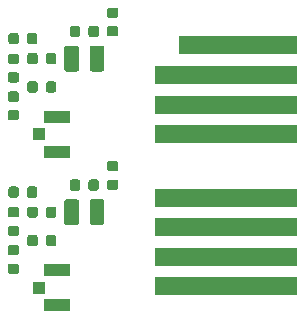
<source format=gts>
G04 #@! TF.GenerationSoftware,KiCad,Pcbnew,(5.1.5)-3*
G04 #@! TF.CreationDate,2020-11-09T20:42:25-05:00*
G04 #@! TF.ProjectId,FilterDaughterboard,46696c74-6572-4446-9175-676874657262,rev?*
G04 #@! TF.SameCoordinates,Original*
G04 #@! TF.FileFunction,Soldermask,Top*
G04 #@! TF.FilePolarity,Negative*
%FSLAX46Y46*%
G04 Gerber Fmt 4.6, Leading zero omitted, Abs format (unit mm)*
G04 Created by KiCad (PCBNEW (5.1.5)-3) date 2020-11-09 20:42:25*
%MOMM*%
%LPD*%
G04 APERTURE LIST*
%ADD10R,1.050000X1.000000*%
%ADD11R,2.200000X1.050000*%
%ADD12C,0.100000*%
%ADD13R,11.999999X1.500000*%
%ADD14R,10.000000X1.500000*%
G04 APERTURE END LIST*
D10*
X87775000Y-135300000D03*
D11*
X89300000Y-136775000D03*
X89300000Y-133825000D03*
D10*
X87775000Y-148300000D03*
D11*
X89300000Y-149775000D03*
X89300000Y-146825000D03*
D12*
G36*
X85877691Y-131676053D02*
G01*
X85898926Y-131679203D01*
X85919750Y-131684419D01*
X85939962Y-131691651D01*
X85959368Y-131700830D01*
X85977781Y-131711866D01*
X85995024Y-131724654D01*
X86010930Y-131739070D01*
X86025346Y-131754976D01*
X86038134Y-131772219D01*
X86049170Y-131790632D01*
X86058349Y-131810038D01*
X86065581Y-131830250D01*
X86070797Y-131851074D01*
X86073947Y-131872309D01*
X86075000Y-131893750D01*
X86075000Y-132331250D01*
X86073947Y-132352691D01*
X86070797Y-132373926D01*
X86065581Y-132394750D01*
X86058349Y-132414962D01*
X86049170Y-132434368D01*
X86038134Y-132452781D01*
X86025346Y-132470024D01*
X86010930Y-132485930D01*
X85995024Y-132500346D01*
X85977781Y-132513134D01*
X85959368Y-132524170D01*
X85939962Y-132533349D01*
X85919750Y-132540581D01*
X85898926Y-132545797D01*
X85877691Y-132548947D01*
X85856250Y-132550000D01*
X85343750Y-132550000D01*
X85322309Y-132548947D01*
X85301074Y-132545797D01*
X85280250Y-132540581D01*
X85260038Y-132533349D01*
X85240632Y-132524170D01*
X85222219Y-132513134D01*
X85204976Y-132500346D01*
X85189070Y-132485930D01*
X85174654Y-132470024D01*
X85161866Y-132452781D01*
X85150830Y-132434368D01*
X85141651Y-132414962D01*
X85134419Y-132394750D01*
X85129203Y-132373926D01*
X85126053Y-132352691D01*
X85125000Y-132331250D01*
X85125000Y-131893750D01*
X85126053Y-131872309D01*
X85129203Y-131851074D01*
X85134419Y-131830250D01*
X85141651Y-131810038D01*
X85150830Y-131790632D01*
X85161866Y-131772219D01*
X85174654Y-131754976D01*
X85189070Y-131739070D01*
X85204976Y-131724654D01*
X85222219Y-131711866D01*
X85240632Y-131700830D01*
X85260038Y-131691651D01*
X85280250Y-131684419D01*
X85301074Y-131679203D01*
X85322309Y-131676053D01*
X85343750Y-131675000D01*
X85856250Y-131675000D01*
X85877691Y-131676053D01*
G37*
G36*
X85877691Y-133251053D02*
G01*
X85898926Y-133254203D01*
X85919750Y-133259419D01*
X85939962Y-133266651D01*
X85959368Y-133275830D01*
X85977781Y-133286866D01*
X85995024Y-133299654D01*
X86010930Y-133314070D01*
X86025346Y-133329976D01*
X86038134Y-133347219D01*
X86049170Y-133365632D01*
X86058349Y-133385038D01*
X86065581Y-133405250D01*
X86070797Y-133426074D01*
X86073947Y-133447309D01*
X86075000Y-133468750D01*
X86075000Y-133906250D01*
X86073947Y-133927691D01*
X86070797Y-133948926D01*
X86065581Y-133969750D01*
X86058349Y-133989962D01*
X86049170Y-134009368D01*
X86038134Y-134027781D01*
X86025346Y-134045024D01*
X86010930Y-134060930D01*
X85995024Y-134075346D01*
X85977781Y-134088134D01*
X85959368Y-134099170D01*
X85939962Y-134108349D01*
X85919750Y-134115581D01*
X85898926Y-134120797D01*
X85877691Y-134123947D01*
X85856250Y-134125000D01*
X85343750Y-134125000D01*
X85322309Y-134123947D01*
X85301074Y-134120797D01*
X85280250Y-134115581D01*
X85260038Y-134108349D01*
X85240632Y-134099170D01*
X85222219Y-134088134D01*
X85204976Y-134075346D01*
X85189070Y-134060930D01*
X85174654Y-134045024D01*
X85161866Y-134027781D01*
X85150830Y-134009368D01*
X85141651Y-133989962D01*
X85134419Y-133969750D01*
X85129203Y-133948926D01*
X85126053Y-133927691D01*
X85125000Y-133906250D01*
X85125000Y-133468750D01*
X85126053Y-133447309D01*
X85129203Y-133426074D01*
X85134419Y-133405250D01*
X85141651Y-133385038D01*
X85150830Y-133365632D01*
X85161866Y-133347219D01*
X85174654Y-133329976D01*
X85189070Y-133314070D01*
X85204976Y-133299654D01*
X85222219Y-133286866D01*
X85240632Y-133275830D01*
X85260038Y-133266651D01*
X85280250Y-133259419D01*
X85301074Y-133254203D01*
X85322309Y-133251053D01*
X85343750Y-133250000D01*
X85856250Y-133250000D01*
X85877691Y-133251053D01*
G37*
G36*
X94277691Y-124576053D02*
G01*
X94298926Y-124579203D01*
X94319750Y-124584419D01*
X94339962Y-124591651D01*
X94359368Y-124600830D01*
X94377781Y-124611866D01*
X94395024Y-124624654D01*
X94410930Y-124639070D01*
X94425346Y-124654976D01*
X94438134Y-124672219D01*
X94449170Y-124690632D01*
X94458349Y-124710038D01*
X94465581Y-124730250D01*
X94470797Y-124751074D01*
X94473947Y-124772309D01*
X94475000Y-124793750D01*
X94475000Y-125231250D01*
X94473947Y-125252691D01*
X94470797Y-125273926D01*
X94465581Y-125294750D01*
X94458349Y-125314962D01*
X94449170Y-125334368D01*
X94438134Y-125352781D01*
X94425346Y-125370024D01*
X94410930Y-125385930D01*
X94395024Y-125400346D01*
X94377781Y-125413134D01*
X94359368Y-125424170D01*
X94339962Y-125433349D01*
X94319750Y-125440581D01*
X94298926Y-125445797D01*
X94277691Y-125448947D01*
X94256250Y-125450000D01*
X93743750Y-125450000D01*
X93722309Y-125448947D01*
X93701074Y-125445797D01*
X93680250Y-125440581D01*
X93660038Y-125433349D01*
X93640632Y-125424170D01*
X93622219Y-125413134D01*
X93604976Y-125400346D01*
X93589070Y-125385930D01*
X93574654Y-125370024D01*
X93561866Y-125352781D01*
X93550830Y-125334368D01*
X93541651Y-125314962D01*
X93534419Y-125294750D01*
X93529203Y-125273926D01*
X93526053Y-125252691D01*
X93525000Y-125231250D01*
X93525000Y-124793750D01*
X93526053Y-124772309D01*
X93529203Y-124751074D01*
X93534419Y-124730250D01*
X93541651Y-124710038D01*
X93550830Y-124690632D01*
X93561866Y-124672219D01*
X93574654Y-124654976D01*
X93589070Y-124639070D01*
X93604976Y-124624654D01*
X93622219Y-124611866D01*
X93640632Y-124600830D01*
X93660038Y-124591651D01*
X93680250Y-124584419D01*
X93701074Y-124579203D01*
X93722309Y-124576053D01*
X93743750Y-124575000D01*
X94256250Y-124575000D01*
X94277691Y-124576053D01*
G37*
G36*
X94277691Y-126151053D02*
G01*
X94298926Y-126154203D01*
X94319750Y-126159419D01*
X94339962Y-126166651D01*
X94359368Y-126175830D01*
X94377781Y-126186866D01*
X94395024Y-126199654D01*
X94410930Y-126214070D01*
X94425346Y-126229976D01*
X94438134Y-126247219D01*
X94449170Y-126265632D01*
X94458349Y-126285038D01*
X94465581Y-126305250D01*
X94470797Y-126326074D01*
X94473947Y-126347309D01*
X94475000Y-126368750D01*
X94475000Y-126806250D01*
X94473947Y-126827691D01*
X94470797Y-126848926D01*
X94465581Y-126869750D01*
X94458349Y-126889962D01*
X94449170Y-126909368D01*
X94438134Y-126927781D01*
X94425346Y-126945024D01*
X94410930Y-126960930D01*
X94395024Y-126975346D01*
X94377781Y-126988134D01*
X94359368Y-126999170D01*
X94339962Y-127008349D01*
X94319750Y-127015581D01*
X94298926Y-127020797D01*
X94277691Y-127023947D01*
X94256250Y-127025000D01*
X93743750Y-127025000D01*
X93722309Y-127023947D01*
X93701074Y-127020797D01*
X93680250Y-127015581D01*
X93660038Y-127008349D01*
X93640632Y-126999170D01*
X93622219Y-126988134D01*
X93604976Y-126975346D01*
X93589070Y-126960930D01*
X93574654Y-126945024D01*
X93561866Y-126927781D01*
X93550830Y-126909368D01*
X93541651Y-126889962D01*
X93534419Y-126869750D01*
X93529203Y-126848926D01*
X93526053Y-126827691D01*
X93525000Y-126806250D01*
X93525000Y-126368750D01*
X93526053Y-126347309D01*
X93529203Y-126326074D01*
X93534419Y-126305250D01*
X93541651Y-126285038D01*
X93550830Y-126265632D01*
X93561866Y-126247219D01*
X93574654Y-126229976D01*
X93589070Y-126214070D01*
X93604976Y-126199654D01*
X93622219Y-126186866D01*
X93640632Y-126175830D01*
X93660038Y-126166651D01*
X93680250Y-126159419D01*
X93701074Y-126154203D01*
X93722309Y-126151053D01*
X93743750Y-126150000D01*
X94256250Y-126150000D01*
X94277691Y-126151053D01*
G37*
G36*
X87427691Y-126726053D02*
G01*
X87448926Y-126729203D01*
X87469750Y-126734419D01*
X87489962Y-126741651D01*
X87509368Y-126750830D01*
X87527781Y-126761866D01*
X87545024Y-126774654D01*
X87560930Y-126789070D01*
X87575346Y-126804976D01*
X87588134Y-126822219D01*
X87599170Y-126840632D01*
X87608349Y-126860038D01*
X87615581Y-126880250D01*
X87620797Y-126901074D01*
X87623947Y-126922309D01*
X87625000Y-126943750D01*
X87625000Y-127456250D01*
X87623947Y-127477691D01*
X87620797Y-127498926D01*
X87615581Y-127519750D01*
X87608349Y-127539962D01*
X87599170Y-127559368D01*
X87588134Y-127577781D01*
X87575346Y-127595024D01*
X87560930Y-127610930D01*
X87545024Y-127625346D01*
X87527781Y-127638134D01*
X87509368Y-127649170D01*
X87489962Y-127658349D01*
X87469750Y-127665581D01*
X87448926Y-127670797D01*
X87427691Y-127673947D01*
X87406250Y-127675000D01*
X86968750Y-127675000D01*
X86947309Y-127673947D01*
X86926074Y-127670797D01*
X86905250Y-127665581D01*
X86885038Y-127658349D01*
X86865632Y-127649170D01*
X86847219Y-127638134D01*
X86829976Y-127625346D01*
X86814070Y-127610930D01*
X86799654Y-127595024D01*
X86786866Y-127577781D01*
X86775830Y-127559368D01*
X86766651Y-127539962D01*
X86759419Y-127519750D01*
X86754203Y-127498926D01*
X86751053Y-127477691D01*
X86750000Y-127456250D01*
X86750000Y-126943750D01*
X86751053Y-126922309D01*
X86754203Y-126901074D01*
X86759419Y-126880250D01*
X86766651Y-126860038D01*
X86775830Y-126840632D01*
X86786866Y-126822219D01*
X86799654Y-126804976D01*
X86814070Y-126789070D01*
X86829976Y-126774654D01*
X86847219Y-126761866D01*
X86865632Y-126750830D01*
X86885038Y-126741651D01*
X86905250Y-126734419D01*
X86926074Y-126729203D01*
X86947309Y-126726053D01*
X86968750Y-126725000D01*
X87406250Y-126725000D01*
X87427691Y-126726053D01*
G37*
G36*
X85852691Y-126726053D02*
G01*
X85873926Y-126729203D01*
X85894750Y-126734419D01*
X85914962Y-126741651D01*
X85934368Y-126750830D01*
X85952781Y-126761866D01*
X85970024Y-126774654D01*
X85985930Y-126789070D01*
X86000346Y-126804976D01*
X86013134Y-126822219D01*
X86024170Y-126840632D01*
X86033349Y-126860038D01*
X86040581Y-126880250D01*
X86045797Y-126901074D01*
X86048947Y-126922309D01*
X86050000Y-126943750D01*
X86050000Y-127456250D01*
X86048947Y-127477691D01*
X86045797Y-127498926D01*
X86040581Y-127519750D01*
X86033349Y-127539962D01*
X86024170Y-127559368D01*
X86013134Y-127577781D01*
X86000346Y-127595024D01*
X85985930Y-127610930D01*
X85970024Y-127625346D01*
X85952781Y-127638134D01*
X85934368Y-127649170D01*
X85914962Y-127658349D01*
X85894750Y-127665581D01*
X85873926Y-127670797D01*
X85852691Y-127673947D01*
X85831250Y-127675000D01*
X85393750Y-127675000D01*
X85372309Y-127673947D01*
X85351074Y-127670797D01*
X85330250Y-127665581D01*
X85310038Y-127658349D01*
X85290632Y-127649170D01*
X85272219Y-127638134D01*
X85254976Y-127625346D01*
X85239070Y-127610930D01*
X85224654Y-127595024D01*
X85211866Y-127577781D01*
X85200830Y-127559368D01*
X85191651Y-127539962D01*
X85184419Y-127519750D01*
X85179203Y-127498926D01*
X85176053Y-127477691D01*
X85175000Y-127456250D01*
X85175000Y-126943750D01*
X85176053Y-126922309D01*
X85179203Y-126901074D01*
X85184419Y-126880250D01*
X85191651Y-126860038D01*
X85200830Y-126840632D01*
X85211866Y-126822219D01*
X85224654Y-126804976D01*
X85239070Y-126789070D01*
X85254976Y-126774654D01*
X85272219Y-126761866D01*
X85290632Y-126750830D01*
X85310038Y-126741651D01*
X85330250Y-126734419D01*
X85351074Y-126729203D01*
X85372309Y-126726053D01*
X85393750Y-126725000D01*
X85831250Y-126725000D01*
X85852691Y-126726053D01*
G37*
G36*
X85877691Y-144676053D02*
G01*
X85898926Y-144679203D01*
X85919750Y-144684419D01*
X85939962Y-144691651D01*
X85959368Y-144700830D01*
X85977781Y-144711866D01*
X85995024Y-144724654D01*
X86010930Y-144739070D01*
X86025346Y-144754976D01*
X86038134Y-144772219D01*
X86049170Y-144790632D01*
X86058349Y-144810038D01*
X86065581Y-144830250D01*
X86070797Y-144851074D01*
X86073947Y-144872309D01*
X86075000Y-144893750D01*
X86075000Y-145331250D01*
X86073947Y-145352691D01*
X86070797Y-145373926D01*
X86065581Y-145394750D01*
X86058349Y-145414962D01*
X86049170Y-145434368D01*
X86038134Y-145452781D01*
X86025346Y-145470024D01*
X86010930Y-145485930D01*
X85995024Y-145500346D01*
X85977781Y-145513134D01*
X85959368Y-145524170D01*
X85939962Y-145533349D01*
X85919750Y-145540581D01*
X85898926Y-145545797D01*
X85877691Y-145548947D01*
X85856250Y-145550000D01*
X85343750Y-145550000D01*
X85322309Y-145548947D01*
X85301074Y-145545797D01*
X85280250Y-145540581D01*
X85260038Y-145533349D01*
X85240632Y-145524170D01*
X85222219Y-145513134D01*
X85204976Y-145500346D01*
X85189070Y-145485930D01*
X85174654Y-145470024D01*
X85161866Y-145452781D01*
X85150830Y-145434368D01*
X85141651Y-145414962D01*
X85134419Y-145394750D01*
X85129203Y-145373926D01*
X85126053Y-145352691D01*
X85125000Y-145331250D01*
X85125000Y-144893750D01*
X85126053Y-144872309D01*
X85129203Y-144851074D01*
X85134419Y-144830250D01*
X85141651Y-144810038D01*
X85150830Y-144790632D01*
X85161866Y-144772219D01*
X85174654Y-144754976D01*
X85189070Y-144739070D01*
X85204976Y-144724654D01*
X85222219Y-144711866D01*
X85240632Y-144700830D01*
X85260038Y-144691651D01*
X85280250Y-144684419D01*
X85301074Y-144679203D01*
X85322309Y-144676053D01*
X85343750Y-144675000D01*
X85856250Y-144675000D01*
X85877691Y-144676053D01*
G37*
G36*
X85877691Y-146251053D02*
G01*
X85898926Y-146254203D01*
X85919750Y-146259419D01*
X85939962Y-146266651D01*
X85959368Y-146275830D01*
X85977781Y-146286866D01*
X85995024Y-146299654D01*
X86010930Y-146314070D01*
X86025346Y-146329976D01*
X86038134Y-146347219D01*
X86049170Y-146365632D01*
X86058349Y-146385038D01*
X86065581Y-146405250D01*
X86070797Y-146426074D01*
X86073947Y-146447309D01*
X86075000Y-146468750D01*
X86075000Y-146906250D01*
X86073947Y-146927691D01*
X86070797Y-146948926D01*
X86065581Y-146969750D01*
X86058349Y-146989962D01*
X86049170Y-147009368D01*
X86038134Y-147027781D01*
X86025346Y-147045024D01*
X86010930Y-147060930D01*
X85995024Y-147075346D01*
X85977781Y-147088134D01*
X85959368Y-147099170D01*
X85939962Y-147108349D01*
X85919750Y-147115581D01*
X85898926Y-147120797D01*
X85877691Y-147123947D01*
X85856250Y-147125000D01*
X85343750Y-147125000D01*
X85322309Y-147123947D01*
X85301074Y-147120797D01*
X85280250Y-147115581D01*
X85260038Y-147108349D01*
X85240632Y-147099170D01*
X85222219Y-147088134D01*
X85204976Y-147075346D01*
X85189070Y-147060930D01*
X85174654Y-147045024D01*
X85161866Y-147027781D01*
X85150830Y-147009368D01*
X85141651Y-146989962D01*
X85134419Y-146969750D01*
X85129203Y-146948926D01*
X85126053Y-146927691D01*
X85125000Y-146906250D01*
X85125000Y-146468750D01*
X85126053Y-146447309D01*
X85129203Y-146426074D01*
X85134419Y-146405250D01*
X85141651Y-146385038D01*
X85150830Y-146365632D01*
X85161866Y-146347219D01*
X85174654Y-146329976D01*
X85189070Y-146314070D01*
X85204976Y-146299654D01*
X85222219Y-146286866D01*
X85240632Y-146275830D01*
X85260038Y-146266651D01*
X85280250Y-146259419D01*
X85301074Y-146254203D01*
X85322309Y-146251053D01*
X85343750Y-146250000D01*
X85856250Y-146250000D01*
X85877691Y-146251053D01*
G37*
G36*
X94277691Y-137576053D02*
G01*
X94298926Y-137579203D01*
X94319750Y-137584419D01*
X94339962Y-137591651D01*
X94359368Y-137600830D01*
X94377781Y-137611866D01*
X94395024Y-137624654D01*
X94410930Y-137639070D01*
X94425346Y-137654976D01*
X94438134Y-137672219D01*
X94449170Y-137690632D01*
X94458349Y-137710038D01*
X94465581Y-137730250D01*
X94470797Y-137751074D01*
X94473947Y-137772309D01*
X94475000Y-137793750D01*
X94475000Y-138231250D01*
X94473947Y-138252691D01*
X94470797Y-138273926D01*
X94465581Y-138294750D01*
X94458349Y-138314962D01*
X94449170Y-138334368D01*
X94438134Y-138352781D01*
X94425346Y-138370024D01*
X94410930Y-138385930D01*
X94395024Y-138400346D01*
X94377781Y-138413134D01*
X94359368Y-138424170D01*
X94339962Y-138433349D01*
X94319750Y-138440581D01*
X94298926Y-138445797D01*
X94277691Y-138448947D01*
X94256250Y-138450000D01*
X93743750Y-138450000D01*
X93722309Y-138448947D01*
X93701074Y-138445797D01*
X93680250Y-138440581D01*
X93660038Y-138433349D01*
X93640632Y-138424170D01*
X93622219Y-138413134D01*
X93604976Y-138400346D01*
X93589070Y-138385930D01*
X93574654Y-138370024D01*
X93561866Y-138352781D01*
X93550830Y-138334368D01*
X93541651Y-138314962D01*
X93534419Y-138294750D01*
X93529203Y-138273926D01*
X93526053Y-138252691D01*
X93525000Y-138231250D01*
X93525000Y-137793750D01*
X93526053Y-137772309D01*
X93529203Y-137751074D01*
X93534419Y-137730250D01*
X93541651Y-137710038D01*
X93550830Y-137690632D01*
X93561866Y-137672219D01*
X93574654Y-137654976D01*
X93589070Y-137639070D01*
X93604976Y-137624654D01*
X93622219Y-137611866D01*
X93640632Y-137600830D01*
X93660038Y-137591651D01*
X93680250Y-137584419D01*
X93701074Y-137579203D01*
X93722309Y-137576053D01*
X93743750Y-137575000D01*
X94256250Y-137575000D01*
X94277691Y-137576053D01*
G37*
G36*
X94277691Y-139151053D02*
G01*
X94298926Y-139154203D01*
X94319750Y-139159419D01*
X94339962Y-139166651D01*
X94359368Y-139175830D01*
X94377781Y-139186866D01*
X94395024Y-139199654D01*
X94410930Y-139214070D01*
X94425346Y-139229976D01*
X94438134Y-139247219D01*
X94449170Y-139265632D01*
X94458349Y-139285038D01*
X94465581Y-139305250D01*
X94470797Y-139326074D01*
X94473947Y-139347309D01*
X94475000Y-139368750D01*
X94475000Y-139806250D01*
X94473947Y-139827691D01*
X94470797Y-139848926D01*
X94465581Y-139869750D01*
X94458349Y-139889962D01*
X94449170Y-139909368D01*
X94438134Y-139927781D01*
X94425346Y-139945024D01*
X94410930Y-139960930D01*
X94395024Y-139975346D01*
X94377781Y-139988134D01*
X94359368Y-139999170D01*
X94339962Y-140008349D01*
X94319750Y-140015581D01*
X94298926Y-140020797D01*
X94277691Y-140023947D01*
X94256250Y-140025000D01*
X93743750Y-140025000D01*
X93722309Y-140023947D01*
X93701074Y-140020797D01*
X93680250Y-140015581D01*
X93660038Y-140008349D01*
X93640632Y-139999170D01*
X93622219Y-139988134D01*
X93604976Y-139975346D01*
X93589070Y-139960930D01*
X93574654Y-139945024D01*
X93561866Y-139927781D01*
X93550830Y-139909368D01*
X93541651Y-139889962D01*
X93534419Y-139869750D01*
X93529203Y-139848926D01*
X93526053Y-139827691D01*
X93525000Y-139806250D01*
X93525000Y-139368750D01*
X93526053Y-139347309D01*
X93529203Y-139326074D01*
X93534419Y-139305250D01*
X93541651Y-139285038D01*
X93550830Y-139265632D01*
X93561866Y-139247219D01*
X93574654Y-139229976D01*
X93589070Y-139214070D01*
X93604976Y-139199654D01*
X93622219Y-139186866D01*
X93640632Y-139175830D01*
X93660038Y-139166651D01*
X93680250Y-139159419D01*
X93701074Y-139154203D01*
X93722309Y-139151053D01*
X93743750Y-139150000D01*
X94256250Y-139150000D01*
X94277691Y-139151053D01*
G37*
G36*
X87427691Y-139726053D02*
G01*
X87448926Y-139729203D01*
X87469750Y-139734419D01*
X87489962Y-139741651D01*
X87509368Y-139750830D01*
X87527781Y-139761866D01*
X87545024Y-139774654D01*
X87560930Y-139789070D01*
X87575346Y-139804976D01*
X87588134Y-139822219D01*
X87599170Y-139840632D01*
X87608349Y-139860038D01*
X87615581Y-139880250D01*
X87620797Y-139901074D01*
X87623947Y-139922309D01*
X87625000Y-139943750D01*
X87625000Y-140456250D01*
X87623947Y-140477691D01*
X87620797Y-140498926D01*
X87615581Y-140519750D01*
X87608349Y-140539962D01*
X87599170Y-140559368D01*
X87588134Y-140577781D01*
X87575346Y-140595024D01*
X87560930Y-140610930D01*
X87545024Y-140625346D01*
X87527781Y-140638134D01*
X87509368Y-140649170D01*
X87489962Y-140658349D01*
X87469750Y-140665581D01*
X87448926Y-140670797D01*
X87427691Y-140673947D01*
X87406250Y-140675000D01*
X86968750Y-140675000D01*
X86947309Y-140673947D01*
X86926074Y-140670797D01*
X86905250Y-140665581D01*
X86885038Y-140658349D01*
X86865632Y-140649170D01*
X86847219Y-140638134D01*
X86829976Y-140625346D01*
X86814070Y-140610930D01*
X86799654Y-140595024D01*
X86786866Y-140577781D01*
X86775830Y-140559368D01*
X86766651Y-140539962D01*
X86759419Y-140519750D01*
X86754203Y-140498926D01*
X86751053Y-140477691D01*
X86750000Y-140456250D01*
X86750000Y-139943750D01*
X86751053Y-139922309D01*
X86754203Y-139901074D01*
X86759419Y-139880250D01*
X86766651Y-139860038D01*
X86775830Y-139840632D01*
X86786866Y-139822219D01*
X86799654Y-139804976D01*
X86814070Y-139789070D01*
X86829976Y-139774654D01*
X86847219Y-139761866D01*
X86865632Y-139750830D01*
X86885038Y-139741651D01*
X86905250Y-139734419D01*
X86926074Y-139729203D01*
X86947309Y-139726053D01*
X86968750Y-139725000D01*
X87406250Y-139725000D01*
X87427691Y-139726053D01*
G37*
G36*
X85852691Y-139726053D02*
G01*
X85873926Y-139729203D01*
X85894750Y-139734419D01*
X85914962Y-139741651D01*
X85934368Y-139750830D01*
X85952781Y-139761866D01*
X85970024Y-139774654D01*
X85985930Y-139789070D01*
X86000346Y-139804976D01*
X86013134Y-139822219D01*
X86024170Y-139840632D01*
X86033349Y-139860038D01*
X86040581Y-139880250D01*
X86045797Y-139901074D01*
X86048947Y-139922309D01*
X86050000Y-139943750D01*
X86050000Y-140456250D01*
X86048947Y-140477691D01*
X86045797Y-140498926D01*
X86040581Y-140519750D01*
X86033349Y-140539962D01*
X86024170Y-140559368D01*
X86013134Y-140577781D01*
X86000346Y-140595024D01*
X85985930Y-140610930D01*
X85970024Y-140625346D01*
X85952781Y-140638134D01*
X85934368Y-140649170D01*
X85914962Y-140658349D01*
X85894750Y-140665581D01*
X85873926Y-140670797D01*
X85852691Y-140673947D01*
X85831250Y-140675000D01*
X85393750Y-140675000D01*
X85372309Y-140673947D01*
X85351074Y-140670797D01*
X85330250Y-140665581D01*
X85310038Y-140658349D01*
X85290632Y-140649170D01*
X85272219Y-140638134D01*
X85254976Y-140625346D01*
X85239070Y-140610930D01*
X85224654Y-140595024D01*
X85211866Y-140577781D01*
X85200830Y-140559368D01*
X85191651Y-140539962D01*
X85184419Y-140519750D01*
X85179203Y-140498926D01*
X85176053Y-140477691D01*
X85175000Y-140456250D01*
X85175000Y-139943750D01*
X85176053Y-139922309D01*
X85179203Y-139901074D01*
X85184419Y-139880250D01*
X85191651Y-139860038D01*
X85200830Y-139840632D01*
X85211866Y-139822219D01*
X85224654Y-139804976D01*
X85239070Y-139789070D01*
X85254976Y-139774654D01*
X85272219Y-139761866D01*
X85290632Y-139750830D01*
X85310038Y-139741651D01*
X85330250Y-139734419D01*
X85351074Y-139729203D01*
X85372309Y-139726053D01*
X85393750Y-139725000D01*
X85831250Y-139725000D01*
X85852691Y-139726053D01*
G37*
G36*
X90924504Y-127801204D02*
G01*
X90948773Y-127804804D01*
X90972571Y-127810765D01*
X90995671Y-127819030D01*
X91017849Y-127829520D01*
X91038893Y-127842133D01*
X91058598Y-127856747D01*
X91076777Y-127873223D01*
X91093253Y-127891402D01*
X91107867Y-127911107D01*
X91120480Y-127932151D01*
X91130970Y-127954329D01*
X91139235Y-127977429D01*
X91145196Y-128001227D01*
X91148796Y-128025496D01*
X91150000Y-128050000D01*
X91150000Y-129750000D01*
X91148796Y-129774504D01*
X91145196Y-129798773D01*
X91139235Y-129822571D01*
X91130970Y-129845671D01*
X91120480Y-129867849D01*
X91107867Y-129888893D01*
X91093253Y-129908598D01*
X91076777Y-129926777D01*
X91058598Y-129943253D01*
X91038893Y-129957867D01*
X91017849Y-129970480D01*
X90995671Y-129980970D01*
X90972571Y-129989235D01*
X90948773Y-129995196D01*
X90924504Y-129998796D01*
X90900000Y-130000000D01*
X90150000Y-130000000D01*
X90125496Y-129998796D01*
X90101227Y-129995196D01*
X90077429Y-129989235D01*
X90054329Y-129980970D01*
X90032151Y-129970480D01*
X90011107Y-129957867D01*
X89991402Y-129943253D01*
X89973223Y-129926777D01*
X89956747Y-129908598D01*
X89942133Y-129888893D01*
X89929520Y-129867849D01*
X89919030Y-129845671D01*
X89910765Y-129822571D01*
X89904804Y-129798773D01*
X89901204Y-129774504D01*
X89900000Y-129750000D01*
X89900000Y-128050000D01*
X89901204Y-128025496D01*
X89904804Y-128001227D01*
X89910765Y-127977429D01*
X89919030Y-127954329D01*
X89929520Y-127932151D01*
X89942133Y-127911107D01*
X89956747Y-127891402D01*
X89973223Y-127873223D01*
X89991402Y-127856747D01*
X90011107Y-127842133D01*
X90032151Y-127829520D01*
X90054329Y-127819030D01*
X90077429Y-127810765D01*
X90101227Y-127804804D01*
X90125496Y-127801204D01*
X90150000Y-127800000D01*
X90900000Y-127800000D01*
X90924504Y-127801204D01*
G37*
G36*
X93074504Y-127801204D02*
G01*
X93098773Y-127804804D01*
X93122571Y-127810765D01*
X93145671Y-127819030D01*
X93167849Y-127829520D01*
X93188893Y-127842133D01*
X93208598Y-127856747D01*
X93226777Y-127873223D01*
X93243253Y-127891402D01*
X93257867Y-127911107D01*
X93270480Y-127932151D01*
X93280970Y-127954329D01*
X93289235Y-127977429D01*
X93295196Y-128001227D01*
X93298796Y-128025496D01*
X93300000Y-128050000D01*
X93300000Y-129750000D01*
X93298796Y-129774504D01*
X93295196Y-129798773D01*
X93289235Y-129822571D01*
X93280970Y-129845671D01*
X93270480Y-129867849D01*
X93257867Y-129888893D01*
X93243253Y-129908598D01*
X93226777Y-129926777D01*
X93208598Y-129943253D01*
X93188893Y-129957867D01*
X93167849Y-129970480D01*
X93145671Y-129980970D01*
X93122571Y-129989235D01*
X93098773Y-129995196D01*
X93074504Y-129998796D01*
X93050000Y-130000000D01*
X92300000Y-130000000D01*
X92275496Y-129998796D01*
X92251227Y-129995196D01*
X92227429Y-129989235D01*
X92204329Y-129980970D01*
X92182151Y-129970480D01*
X92161107Y-129957867D01*
X92141402Y-129943253D01*
X92123223Y-129926777D01*
X92106747Y-129908598D01*
X92092133Y-129888893D01*
X92079520Y-129867849D01*
X92069030Y-129845671D01*
X92060765Y-129822571D01*
X92054804Y-129798773D01*
X92051204Y-129774504D01*
X92050000Y-129750000D01*
X92050000Y-128050000D01*
X92051204Y-128025496D01*
X92054804Y-128001227D01*
X92060765Y-127977429D01*
X92069030Y-127954329D01*
X92079520Y-127932151D01*
X92092133Y-127911107D01*
X92106747Y-127891402D01*
X92123223Y-127873223D01*
X92141402Y-127856747D01*
X92161107Y-127842133D01*
X92182151Y-127829520D01*
X92204329Y-127819030D01*
X92227429Y-127810765D01*
X92251227Y-127804804D01*
X92275496Y-127801204D01*
X92300000Y-127800000D01*
X93050000Y-127800000D01*
X93074504Y-127801204D01*
G37*
G36*
X85877691Y-130051053D02*
G01*
X85898926Y-130054203D01*
X85919750Y-130059419D01*
X85939962Y-130066651D01*
X85959368Y-130075830D01*
X85977781Y-130086866D01*
X85995024Y-130099654D01*
X86010930Y-130114070D01*
X86025346Y-130129976D01*
X86038134Y-130147219D01*
X86049170Y-130165632D01*
X86058349Y-130185038D01*
X86065581Y-130205250D01*
X86070797Y-130226074D01*
X86073947Y-130247309D01*
X86075000Y-130268750D01*
X86075000Y-130706250D01*
X86073947Y-130727691D01*
X86070797Y-130748926D01*
X86065581Y-130769750D01*
X86058349Y-130789962D01*
X86049170Y-130809368D01*
X86038134Y-130827781D01*
X86025346Y-130845024D01*
X86010930Y-130860930D01*
X85995024Y-130875346D01*
X85977781Y-130888134D01*
X85959368Y-130899170D01*
X85939962Y-130908349D01*
X85919750Y-130915581D01*
X85898926Y-130920797D01*
X85877691Y-130923947D01*
X85856250Y-130925000D01*
X85343750Y-130925000D01*
X85322309Y-130923947D01*
X85301074Y-130920797D01*
X85280250Y-130915581D01*
X85260038Y-130908349D01*
X85240632Y-130899170D01*
X85222219Y-130888134D01*
X85204976Y-130875346D01*
X85189070Y-130860930D01*
X85174654Y-130845024D01*
X85161866Y-130827781D01*
X85150830Y-130809368D01*
X85141651Y-130789962D01*
X85134419Y-130769750D01*
X85129203Y-130748926D01*
X85126053Y-130727691D01*
X85125000Y-130706250D01*
X85125000Y-130268750D01*
X85126053Y-130247309D01*
X85129203Y-130226074D01*
X85134419Y-130205250D01*
X85141651Y-130185038D01*
X85150830Y-130165632D01*
X85161866Y-130147219D01*
X85174654Y-130129976D01*
X85189070Y-130114070D01*
X85204976Y-130099654D01*
X85222219Y-130086866D01*
X85240632Y-130075830D01*
X85260038Y-130066651D01*
X85280250Y-130059419D01*
X85301074Y-130054203D01*
X85322309Y-130051053D01*
X85343750Y-130050000D01*
X85856250Y-130050000D01*
X85877691Y-130051053D01*
G37*
G36*
X85877691Y-128476053D02*
G01*
X85898926Y-128479203D01*
X85919750Y-128484419D01*
X85939962Y-128491651D01*
X85959368Y-128500830D01*
X85977781Y-128511866D01*
X85995024Y-128524654D01*
X86010930Y-128539070D01*
X86025346Y-128554976D01*
X86038134Y-128572219D01*
X86049170Y-128590632D01*
X86058349Y-128610038D01*
X86065581Y-128630250D01*
X86070797Y-128651074D01*
X86073947Y-128672309D01*
X86075000Y-128693750D01*
X86075000Y-129131250D01*
X86073947Y-129152691D01*
X86070797Y-129173926D01*
X86065581Y-129194750D01*
X86058349Y-129214962D01*
X86049170Y-129234368D01*
X86038134Y-129252781D01*
X86025346Y-129270024D01*
X86010930Y-129285930D01*
X85995024Y-129300346D01*
X85977781Y-129313134D01*
X85959368Y-129324170D01*
X85939962Y-129333349D01*
X85919750Y-129340581D01*
X85898926Y-129345797D01*
X85877691Y-129348947D01*
X85856250Y-129350000D01*
X85343750Y-129350000D01*
X85322309Y-129348947D01*
X85301074Y-129345797D01*
X85280250Y-129340581D01*
X85260038Y-129333349D01*
X85240632Y-129324170D01*
X85222219Y-129313134D01*
X85204976Y-129300346D01*
X85189070Y-129285930D01*
X85174654Y-129270024D01*
X85161866Y-129252781D01*
X85150830Y-129234368D01*
X85141651Y-129214962D01*
X85134419Y-129194750D01*
X85129203Y-129173926D01*
X85126053Y-129152691D01*
X85125000Y-129131250D01*
X85125000Y-128693750D01*
X85126053Y-128672309D01*
X85129203Y-128651074D01*
X85134419Y-128630250D01*
X85141651Y-128610038D01*
X85150830Y-128590632D01*
X85161866Y-128572219D01*
X85174654Y-128554976D01*
X85189070Y-128539070D01*
X85204976Y-128524654D01*
X85222219Y-128511866D01*
X85240632Y-128500830D01*
X85260038Y-128491651D01*
X85280250Y-128484419D01*
X85301074Y-128479203D01*
X85322309Y-128476053D01*
X85343750Y-128475000D01*
X85856250Y-128475000D01*
X85877691Y-128476053D01*
G37*
G36*
X90924504Y-140801204D02*
G01*
X90948773Y-140804804D01*
X90972571Y-140810765D01*
X90995671Y-140819030D01*
X91017849Y-140829520D01*
X91038893Y-140842133D01*
X91058598Y-140856747D01*
X91076777Y-140873223D01*
X91093253Y-140891402D01*
X91107867Y-140911107D01*
X91120480Y-140932151D01*
X91130970Y-140954329D01*
X91139235Y-140977429D01*
X91145196Y-141001227D01*
X91148796Y-141025496D01*
X91150000Y-141050000D01*
X91150000Y-142750000D01*
X91148796Y-142774504D01*
X91145196Y-142798773D01*
X91139235Y-142822571D01*
X91130970Y-142845671D01*
X91120480Y-142867849D01*
X91107867Y-142888893D01*
X91093253Y-142908598D01*
X91076777Y-142926777D01*
X91058598Y-142943253D01*
X91038893Y-142957867D01*
X91017849Y-142970480D01*
X90995671Y-142980970D01*
X90972571Y-142989235D01*
X90948773Y-142995196D01*
X90924504Y-142998796D01*
X90900000Y-143000000D01*
X90150000Y-143000000D01*
X90125496Y-142998796D01*
X90101227Y-142995196D01*
X90077429Y-142989235D01*
X90054329Y-142980970D01*
X90032151Y-142970480D01*
X90011107Y-142957867D01*
X89991402Y-142943253D01*
X89973223Y-142926777D01*
X89956747Y-142908598D01*
X89942133Y-142888893D01*
X89929520Y-142867849D01*
X89919030Y-142845671D01*
X89910765Y-142822571D01*
X89904804Y-142798773D01*
X89901204Y-142774504D01*
X89900000Y-142750000D01*
X89900000Y-141050000D01*
X89901204Y-141025496D01*
X89904804Y-141001227D01*
X89910765Y-140977429D01*
X89919030Y-140954329D01*
X89929520Y-140932151D01*
X89942133Y-140911107D01*
X89956747Y-140891402D01*
X89973223Y-140873223D01*
X89991402Y-140856747D01*
X90011107Y-140842133D01*
X90032151Y-140829520D01*
X90054329Y-140819030D01*
X90077429Y-140810765D01*
X90101227Y-140804804D01*
X90125496Y-140801204D01*
X90150000Y-140800000D01*
X90900000Y-140800000D01*
X90924504Y-140801204D01*
G37*
G36*
X93074504Y-140801204D02*
G01*
X93098773Y-140804804D01*
X93122571Y-140810765D01*
X93145671Y-140819030D01*
X93167849Y-140829520D01*
X93188893Y-140842133D01*
X93208598Y-140856747D01*
X93226777Y-140873223D01*
X93243253Y-140891402D01*
X93257867Y-140911107D01*
X93270480Y-140932151D01*
X93280970Y-140954329D01*
X93289235Y-140977429D01*
X93295196Y-141001227D01*
X93298796Y-141025496D01*
X93300000Y-141050000D01*
X93300000Y-142750000D01*
X93298796Y-142774504D01*
X93295196Y-142798773D01*
X93289235Y-142822571D01*
X93280970Y-142845671D01*
X93270480Y-142867849D01*
X93257867Y-142888893D01*
X93243253Y-142908598D01*
X93226777Y-142926777D01*
X93208598Y-142943253D01*
X93188893Y-142957867D01*
X93167849Y-142970480D01*
X93145671Y-142980970D01*
X93122571Y-142989235D01*
X93098773Y-142995196D01*
X93074504Y-142998796D01*
X93050000Y-143000000D01*
X92300000Y-143000000D01*
X92275496Y-142998796D01*
X92251227Y-142995196D01*
X92227429Y-142989235D01*
X92204329Y-142980970D01*
X92182151Y-142970480D01*
X92161107Y-142957867D01*
X92141402Y-142943253D01*
X92123223Y-142926777D01*
X92106747Y-142908598D01*
X92092133Y-142888893D01*
X92079520Y-142867849D01*
X92069030Y-142845671D01*
X92060765Y-142822571D01*
X92054804Y-142798773D01*
X92051204Y-142774504D01*
X92050000Y-142750000D01*
X92050000Y-141050000D01*
X92051204Y-141025496D01*
X92054804Y-141001227D01*
X92060765Y-140977429D01*
X92069030Y-140954329D01*
X92079520Y-140932151D01*
X92092133Y-140911107D01*
X92106747Y-140891402D01*
X92123223Y-140873223D01*
X92141402Y-140856747D01*
X92161107Y-140842133D01*
X92182151Y-140829520D01*
X92204329Y-140819030D01*
X92227429Y-140810765D01*
X92251227Y-140804804D01*
X92275496Y-140801204D01*
X92300000Y-140800000D01*
X93050000Y-140800000D01*
X93074504Y-140801204D01*
G37*
G36*
X85877691Y-143051053D02*
G01*
X85898926Y-143054203D01*
X85919750Y-143059419D01*
X85939962Y-143066651D01*
X85959368Y-143075830D01*
X85977781Y-143086866D01*
X85995024Y-143099654D01*
X86010930Y-143114070D01*
X86025346Y-143129976D01*
X86038134Y-143147219D01*
X86049170Y-143165632D01*
X86058349Y-143185038D01*
X86065581Y-143205250D01*
X86070797Y-143226074D01*
X86073947Y-143247309D01*
X86075000Y-143268750D01*
X86075000Y-143706250D01*
X86073947Y-143727691D01*
X86070797Y-143748926D01*
X86065581Y-143769750D01*
X86058349Y-143789962D01*
X86049170Y-143809368D01*
X86038134Y-143827781D01*
X86025346Y-143845024D01*
X86010930Y-143860930D01*
X85995024Y-143875346D01*
X85977781Y-143888134D01*
X85959368Y-143899170D01*
X85939962Y-143908349D01*
X85919750Y-143915581D01*
X85898926Y-143920797D01*
X85877691Y-143923947D01*
X85856250Y-143925000D01*
X85343750Y-143925000D01*
X85322309Y-143923947D01*
X85301074Y-143920797D01*
X85280250Y-143915581D01*
X85260038Y-143908349D01*
X85240632Y-143899170D01*
X85222219Y-143888134D01*
X85204976Y-143875346D01*
X85189070Y-143860930D01*
X85174654Y-143845024D01*
X85161866Y-143827781D01*
X85150830Y-143809368D01*
X85141651Y-143789962D01*
X85134419Y-143769750D01*
X85129203Y-143748926D01*
X85126053Y-143727691D01*
X85125000Y-143706250D01*
X85125000Y-143268750D01*
X85126053Y-143247309D01*
X85129203Y-143226074D01*
X85134419Y-143205250D01*
X85141651Y-143185038D01*
X85150830Y-143165632D01*
X85161866Y-143147219D01*
X85174654Y-143129976D01*
X85189070Y-143114070D01*
X85204976Y-143099654D01*
X85222219Y-143086866D01*
X85240632Y-143075830D01*
X85260038Y-143066651D01*
X85280250Y-143059419D01*
X85301074Y-143054203D01*
X85322309Y-143051053D01*
X85343750Y-143050000D01*
X85856250Y-143050000D01*
X85877691Y-143051053D01*
G37*
G36*
X85877691Y-141476053D02*
G01*
X85898926Y-141479203D01*
X85919750Y-141484419D01*
X85939962Y-141491651D01*
X85959368Y-141500830D01*
X85977781Y-141511866D01*
X85995024Y-141524654D01*
X86010930Y-141539070D01*
X86025346Y-141554976D01*
X86038134Y-141572219D01*
X86049170Y-141590632D01*
X86058349Y-141610038D01*
X86065581Y-141630250D01*
X86070797Y-141651074D01*
X86073947Y-141672309D01*
X86075000Y-141693750D01*
X86075000Y-142131250D01*
X86073947Y-142152691D01*
X86070797Y-142173926D01*
X86065581Y-142194750D01*
X86058349Y-142214962D01*
X86049170Y-142234368D01*
X86038134Y-142252781D01*
X86025346Y-142270024D01*
X86010930Y-142285930D01*
X85995024Y-142300346D01*
X85977781Y-142313134D01*
X85959368Y-142324170D01*
X85939962Y-142333349D01*
X85919750Y-142340581D01*
X85898926Y-142345797D01*
X85877691Y-142348947D01*
X85856250Y-142350000D01*
X85343750Y-142350000D01*
X85322309Y-142348947D01*
X85301074Y-142345797D01*
X85280250Y-142340581D01*
X85260038Y-142333349D01*
X85240632Y-142324170D01*
X85222219Y-142313134D01*
X85204976Y-142300346D01*
X85189070Y-142285930D01*
X85174654Y-142270024D01*
X85161866Y-142252781D01*
X85150830Y-142234368D01*
X85141651Y-142214962D01*
X85134419Y-142194750D01*
X85129203Y-142173926D01*
X85126053Y-142152691D01*
X85125000Y-142131250D01*
X85125000Y-141693750D01*
X85126053Y-141672309D01*
X85129203Y-141651074D01*
X85134419Y-141630250D01*
X85141651Y-141610038D01*
X85150830Y-141590632D01*
X85161866Y-141572219D01*
X85174654Y-141554976D01*
X85189070Y-141539070D01*
X85204976Y-141524654D01*
X85222219Y-141511866D01*
X85240632Y-141500830D01*
X85260038Y-141491651D01*
X85280250Y-141484419D01*
X85301074Y-141479203D01*
X85322309Y-141476053D01*
X85343750Y-141475000D01*
X85856250Y-141475000D01*
X85877691Y-141476053D01*
G37*
G36*
X92627691Y-126126053D02*
G01*
X92648926Y-126129203D01*
X92669750Y-126134419D01*
X92689962Y-126141651D01*
X92709368Y-126150830D01*
X92727781Y-126161866D01*
X92745024Y-126174654D01*
X92760930Y-126189070D01*
X92775346Y-126204976D01*
X92788134Y-126222219D01*
X92799170Y-126240632D01*
X92808349Y-126260038D01*
X92815581Y-126280250D01*
X92820797Y-126301074D01*
X92823947Y-126322309D01*
X92825000Y-126343750D01*
X92825000Y-126856250D01*
X92823947Y-126877691D01*
X92820797Y-126898926D01*
X92815581Y-126919750D01*
X92808349Y-126939962D01*
X92799170Y-126959368D01*
X92788134Y-126977781D01*
X92775346Y-126995024D01*
X92760930Y-127010930D01*
X92745024Y-127025346D01*
X92727781Y-127038134D01*
X92709368Y-127049170D01*
X92689962Y-127058349D01*
X92669750Y-127065581D01*
X92648926Y-127070797D01*
X92627691Y-127073947D01*
X92606250Y-127075000D01*
X92168750Y-127075000D01*
X92147309Y-127073947D01*
X92126074Y-127070797D01*
X92105250Y-127065581D01*
X92085038Y-127058349D01*
X92065632Y-127049170D01*
X92047219Y-127038134D01*
X92029976Y-127025346D01*
X92014070Y-127010930D01*
X91999654Y-126995024D01*
X91986866Y-126977781D01*
X91975830Y-126959368D01*
X91966651Y-126939962D01*
X91959419Y-126919750D01*
X91954203Y-126898926D01*
X91951053Y-126877691D01*
X91950000Y-126856250D01*
X91950000Y-126343750D01*
X91951053Y-126322309D01*
X91954203Y-126301074D01*
X91959419Y-126280250D01*
X91966651Y-126260038D01*
X91975830Y-126240632D01*
X91986866Y-126222219D01*
X91999654Y-126204976D01*
X92014070Y-126189070D01*
X92029976Y-126174654D01*
X92047219Y-126161866D01*
X92065632Y-126150830D01*
X92085038Y-126141651D01*
X92105250Y-126134419D01*
X92126074Y-126129203D01*
X92147309Y-126126053D01*
X92168750Y-126125000D01*
X92606250Y-126125000D01*
X92627691Y-126126053D01*
G37*
G36*
X91052691Y-126126053D02*
G01*
X91073926Y-126129203D01*
X91094750Y-126134419D01*
X91114962Y-126141651D01*
X91134368Y-126150830D01*
X91152781Y-126161866D01*
X91170024Y-126174654D01*
X91185930Y-126189070D01*
X91200346Y-126204976D01*
X91213134Y-126222219D01*
X91224170Y-126240632D01*
X91233349Y-126260038D01*
X91240581Y-126280250D01*
X91245797Y-126301074D01*
X91248947Y-126322309D01*
X91250000Y-126343750D01*
X91250000Y-126856250D01*
X91248947Y-126877691D01*
X91245797Y-126898926D01*
X91240581Y-126919750D01*
X91233349Y-126939962D01*
X91224170Y-126959368D01*
X91213134Y-126977781D01*
X91200346Y-126995024D01*
X91185930Y-127010930D01*
X91170024Y-127025346D01*
X91152781Y-127038134D01*
X91134368Y-127049170D01*
X91114962Y-127058349D01*
X91094750Y-127065581D01*
X91073926Y-127070797D01*
X91052691Y-127073947D01*
X91031250Y-127075000D01*
X90593750Y-127075000D01*
X90572309Y-127073947D01*
X90551074Y-127070797D01*
X90530250Y-127065581D01*
X90510038Y-127058349D01*
X90490632Y-127049170D01*
X90472219Y-127038134D01*
X90454976Y-127025346D01*
X90439070Y-127010930D01*
X90424654Y-126995024D01*
X90411866Y-126977781D01*
X90400830Y-126959368D01*
X90391651Y-126939962D01*
X90384419Y-126919750D01*
X90379203Y-126898926D01*
X90376053Y-126877691D01*
X90375000Y-126856250D01*
X90375000Y-126343750D01*
X90376053Y-126322309D01*
X90379203Y-126301074D01*
X90384419Y-126280250D01*
X90391651Y-126260038D01*
X90400830Y-126240632D01*
X90411866Y-126222219D01*
X90424654Y-126204976D01*
X90439070Y-126189070D01*
X90454976Y-126174654D01*
X90472219Y-126161866D01*
X90490632Y-126150830D01*
X90510038Y-126141651D01*
X90530250Y-126134419D01*
X90551074Y-126129203D01*
X90572309Y-126126053D01*
X90593750Y-126125000D01*
X91031250Y-126125000D01*
X91052691Y-126126053D01*
G37*
G36*
X89027691Y-128426053D02*
G01*
X89048926Y-128429203D01*
X89069750Y-128434419D01*
X89089962Y-128441651D01*
X89109368Y-128450830D01*
X89127781Y-128461866D01*
X89145024Y-128474654D01*
X89160930Y-128489070D01*
X89175346Y-128504976D01*
X89188134Y-128522219D01*
X89199170Y-128540632D01*
X89208349Y-128560038D01*
X89215581Y-128580250D01*
X89220797Y-128601074D01*
X89223947Y-128622309D01*
X89225000Y-128643750D01*
X89225000Y-129156250D01*
X89223947Y-129177691D01*
X89220797Y-129198926D01*
X89215581Y-129219750D01*
X89208349Y-129239962D01*
X89199170Y-129259368D01*
X89188134Y-129277781D01*
X89175346Y-129295024D01*
X89160930Y-129310930D01*
X89145024Y-129325346D01*
X89127781Y-129338134D01*
X89109368Y-129349170D01*
X89089962Y-129358349D01*
X89069750Y-129365581D01*
X89048926Y-129370797D01*
X89027691Y-129373947D01*
X89006250Y-129375000D01*
X88568750Y-129375000D01*
X88547309Y-129373947D01*
X88526074Y-129370797D01*
X88505250Y-129365581D01*
X88485038Y-129358349D01*
X88465632Y-129349170D01*
X88447219Y-129338134D01*
X88429976Y-129325346D01*
X88414070Y-129310930D01*
X88399654Y-129295024D01*
X88386866Y-129277781D01*
X88375830Y-129259368D01*
X88366651Y-129239962D01*
X88359419Y-129219750D01*
X88354203Y-129198926D01*
X88351053Y-129177691D01*
X88350000Y-129156250D01*
X88350000Y-128643750D01*
X88351053Y-128622309D01*
X88354203Y-128601074D01*
X88359419Y-128580250D01*
X88366651Y-128560038D01*
X88375830Y-128540632D01*
X88386866Y-128522219D01*
X88399654Y-128504976D01*
X88414070Y-128489070D01*
X88429976Y-128474654D01*
X88447219Y-128461866D01*
X88465632Y-128450830D01*
X88485038Y-128441651D01*
X88505250Y-128434419D01*
X88526074Y-128429203D01*
X88547309Y-128426053D01*
X88568750Y-128425000D01*
X89006250Y-128425000D01*
X89027691Y-128426053D01*
G37*
G36*
X87452691Y-128426053D02*
G01*
X87473926Y-128429203D01*
X87494750Y-128434419D01*
X87514962Y-128441651D01*
X87534368Y-128450830D01*
X87552781Y-128461866D01*
X87570024Y-128474654D01*
X87585930Y-128489070D01*
X87600346Y-128504976D01*
X87613134Y-128522219D01*
X87624170Y-128540632D01*
X87633349Y-128560038D01*
X87640581Y-128580250D01*
X87645797Y-128601074D01*
X87648947Y-128622309D01*
X87650000Y-128643750D01*
X87650000Y-129156250D01*
X87648947Y-129177691D01*
X87645797Y-129198926D01*
X87640581Y-129219750D01*
X87633349Y-129239962D01*
X87624170Y-129259368D01*
X87613134Y-129277781D01*
X87600346Y-129295024D01*
X87585930Y-129310930D01*
X87570024Y-129325346D01*
X87552781Y-129338134D01*
X87534368Y-129349170D01*
X87514962Y-129358349D01*
X87494750Y-129365581D01*
X87473926Y-129370797D01*
X87452691Y-129373947D01*
X87431250Y-129375000D01*
X86993750Y-129375000D01*
X86972309Y-129373947D01*
X86951074Y-129370797D01*
X86930250Y-129365581D01*
X86910038Y-129358349D01*
X86890632Y-129349170D01*
X86872219Y-129338134D01*
X86854976Y-129325346D01*
X86839070Y-129310930D01*
X86824654Y-129295024D01*
X86811866Y-129277781D01*
X86800830Y-129259368D01*
X86791651Y-129239962D01*
X86784419Y-129219750D01*
X86779203Y-129198926D01*
X86776053Y-129177691D01*
X86775000Y-129156250D01*
X86775000Y-128643750D01*
X86776053Y-128622309D01*
X86779203Y-128601074D01*
X86784419Y-128580250D01*
X86791651Y-128560038D01*
X86800830Y-128540632D01*
X86811866Y-128522219D01*
X86824654Y-128504976D01*
X86839070Y-128489070D01*
X86854976Y-128474654D01*
X86872219Y-128461866D01*
X86890632Y-128450830D01*
X86910038Y-128441651D01*
X86930250Y-128434419D01*
X86951074Y-128429203D01*
X86972309Y-128426053D01*
X86993750Y-128425000D01*
X87431250Y-128425000D01*
X87452691Y-128426053D01*
G37*
G36*
X87452691Y-130826053D02*
G01*
X87473926Y-130829203D01*
X87494750Y-130834419D01*
X87514962Y-130841651D01*
X87534368Y-130850830D01*
X87552781Y-130861866D01*
X87570024Y-130874654D01*
X87585930Y-130889070D01*
X87600346Y-130904976D01*
X87613134Y-130922219D01*
X87624170Y-130940632D01*
X87633349Y-130960038D01*
X87640581Y-130980250D01*
X87645797Y-131001074D01*
X87648947Y-131022309D01*
X87650000Y-131043750D01*
X87650000Y-131556250D01*
X87648947Y-131577691D01*
X87645797Y-131598926D01*
X87640581Y-131619750D01*
X87633349Y-131639962D01*
X87624170Y-131659368D01*
X87613134Y-131677781D01*
X87600346Y-131695024D01*
X87585930Y-131710930D01*
X87570024Y-131725346D01*
X87552781Y-131738134D01*
X87534368Y-131749170D01*
X87514962Y-131758349D01*
X87494750Y-131765581D01*
X87473926Y-131770797D01*
X87452691Y-131773947D01*
X87431250Y-131775000D01*
X86993750Y-131775000D01*
X86972309Y-131773947D01*
X86951074Y-131770797D01*
X86930250Y-131765581D01*
X86910038Y-131758349D01*
X86890632Y-131749170D01*
X86872219Y-131738134D01*
X86854976Y-131725346D01*
X86839070Y-131710930D01*
X86824654Y-131695024D01*
X86811866Y-131677781D01*
X86800830Y-131659368D01*
X86791651Y-131639962D01*
X86784419Y-131619750D01*
X86779203Y-131598926D01*
X86776053Y-131577691D01*
X86775000Y-131556250D01*
X86775000Y-131043750D01*
X86776053Y-131022309D01*
X86779203Y-131001074D01*
X86784419Y-130980250D01*
X86791651Y-130960038D01*
X86800830Y-130940632D01*
X86811866Y-130922219D01*
X86824654Y-130904976D01*
X86839070Y-130889070D01*
X86854976Y-130874654D01*
X86872219Y-130861866D01*
X86890632Y-130850830D01*
X86910038Y-130841651D01*
X86930250Y-130834419D01*
X86951074Y-130829203D01*
X86972309Y-130826053D01*
X86993750Y-130825000D01*
X87431250Y-130825000D01*
X87452691Y-130826053D01*
G37*
G36*
X89027691Y-130826053D02*
G01*
X89048926Y-130829203D01*
X89069750Y-130834419D01*
X89089962Y-130841651D01*
X89109368Y-130850830D01*
X89127781Y-130861866D01*
X89145024Y-130874654D01*
X89160930Y-130889070D01*
X89175346Y-130904976D01*
X89188134Y-130922219D01*
X89199170Y-130940632D01*
X89208349Y-130960038D01*
X89215581Y-130980250D01*
X89220797Y-131001074D01*
X89223947Y-131022309D01*
X89225000Y-131043750D01*
X89225000Y-131556250D01*
X89223947Y-131577691D01*
X89220797Y-131598926D01*
X89215581Y-131619750D01*
X89208349Y-131639962D01*
X89199170Y-131659368D01*
X89188134Y-131677781D01*
X89175346Y-131695024D01*
X89160930Y-131710930D01*
X89145024Y-131725346D01*
X89127781Y-131738134D01*
X89109368Y-131749170D01*
X89089962Y-131758349D01*
X89069750Y-131765581D01*
X89048926Y-131770797D01*
X89027691Y-131773947D01*
X89006250Y-131775000D01*
X88568750Y-131775000D01*
X88547309Y-131773947D01*
X88526074Y-131770797D01*
X88505250Y-131765581D01*
X88485038Y-131758349D01*
X88465632Y-131749170D01*
X88447219Y-131738134D01*
X88429976Y-131725346D01*
X88414070Y-131710930D01*
X88399654Y-131695024D01*
X88386866Y-131677781D01*
X88375830Y-131659368D01*
X88366651Y-131639962D01*
X88359419Y-131619750D01*
X88354203Y-131598926D01*
X88351053Y-131577691D01*
X88350000Y-131556250D01*
X88350000Y-131043750D01*
X88351053Y-131022309D01*
X88354203Y-131001074D01*
X88359419Y-130980250D01*
X88366651Y-130960038D01*
X88375830Y-130940632D01*
X88386866Y-130922219D01*
X88399654Y-130904976D01*
X88414070Y-130889070D01*
X88429976Y-130874654D01*
X88447219Y-130861866D01*
X88465632Y-130850830D01*
X88485038Y-130841651D01*
X88505250Y-130834419D01*
X88526074Y-130829203D01*
X88547309Y-130826053D01*
X88568750Y-130825000D01*
X89006250Y-130825000D01*
X89027691Y-130826053D01*
G37*
G36*
X92627691Y-139126053D02*
G01*
X92648926Y-139129203D01*
X92669750Y-139134419D01*
X92689962Y-139141651D01*
X92709368Y-139150830D01*
X92727781Y-139161866D01*
X92745024Y-139174654D01*
X92760930Y-139189070D01*
X92775346Y-139204976D01*
X92788134Y-139222219D01*
X92799170Y-139240632D01*
X92808349Y-139260038D01*
X92815581Y-139280250D01*
X92820797Y-139301074D01*
X92823947Y-139322309D01*
X92825000Y-139343750D01*
X92825000Y-139856250D01*
X92823947Y-139877691D01*
X92820797Y-139898926D01*
X92815581Y-139919750D01*
X92808349Y-139939962D01*
X92799170Y-139959368D01*
X92788134Y-139977781D01*
X92775346Y-139995024D01*
X92760930Y-140010930D01*
X92745024Y-140025346D01*
X92727781Y-140038134D01*
X92709368Y-140049170D01*
X92689962Y-140058349D01*
X92669750Y-140065581D01*
X92648926Y-140070797D01*
X92627691Y-140073947D01*
X92606250Y-140075000D01*
X92168750Y-140075000D01*
X92147309Y-140073947D01*
X92126074Y-140070797D01*
X92105250Y-140065581D01*
X92085038Y-140058349D01*
X92065632Y-140049170D01*
X92047219Y-140038134D01*
X92029976Y-140025346D01*
X92014070Y-140010930D01*
X91999654Y-139995024D01*
X91986866Y-139977781D01*
X91975830Y-139959368D01*
X91966651Y-139939962D01*
X91959419Y-139919750D01*
X91954203Y-139898926D01*
X91951053Y-139877691D01*
X91950000Y-139856250D01*
X91950000Y-139343750D01*
X91951053Y-139322309D01*
X91954203Y-139301074D01*
X91959419Y-139280250D01*
X91966651Y-139260038D01*
X91975830Y-139240632D01*
X91986866Y-139222219D01*
X91999654Y-139204976D01*
X92014070Y-139189070D01*
X92029976Y-139174654D01*
X92047219Y-139161866D01*
X92065632Y-139150830D01*
X92085038Y-139141651D01*
X92105250Y-139134419D01*
X92126074Y-139129203D01*
X92147309Y-139126053D01*
X92168750Y-139125000D01*
X92606250Y-139125000D01*
X92627691Y-139126053D01*
G37*
G36*
X91052691Y-139126053D02*
G01*
X91073926Y-139129203D01*
X91094750Y-139134419D01*
X91114962Y-139141651D01*
X91134368Y-139150830D01*
X91152781Y-139161866D01*
X91170024Y-139174654D01*
X91185930Y-139189070D01*
X91200346Y-139204976D01*
X91213134Y-139222219D01*
X91224170Y-139240632D01*
X91233349Y-139260038D01*
X91240581Y-139280250D01*
X91245797Y-139301074D01*
X91248947Y-139322309D01*
X91250000Y-139343750D01*
X91250000Y-139856250D01*
X91248947Y-139877691D01*
X91245797Y-139898926D01*
X91240581Y-139919750D01*
X91233349Y-139939962D01*
X91224170Y-139959368D01*
X91213134Y-139977781D01*
X91200346Y-139995024D01*
X91185930Y-140010930D01*
X91170024Y-140025346D01*
X91152781Y-140038134D01*
X91134368Y-140049170D01*
X91114962Y-140058349D01*
X91094750Y-140065581D01*
X91073926Y-140070797D01*
X91052691Y-140073947D01*
X91031250Y-140075000D01*
X90593750Y-140075000D01*
X90572309Y-140073947D01*
X90551074Y-140070797D01*
X90530250Y-140065581D01*
X90510038Y-140058349D01*
X90490632Y-140049170D01*
X90472219Y-140038134D01*
X90454976Y-140025346D01*
X90439070Y-140010930D01*
X90424654Y-139995024D01*
X90411866Y-139977781D01*
X90400830Y-139959368D01*
X90391651Y-139939962D01*
X90384419Y-139919750D01*
X90379203Y-139898926D01*
X90376053Y-139877691D01*
X90375000Y-139856250D01*
X90375000Y-139343750D01*
X90376053Y-139322309D01*
X90379203Y-139301074D01*
X90384419Y-139280250D01*
X90391651Y-139260038D01*
X90400830Y-139240632D01*
X90411866Y-139222219D01*
X90424654Y-139204976D01*
X90439070Y-139189070D01*
X90454976Y-139174654D01*
X90472219Y-139161866D01*
X90490632Y-139150830D01*
X90510038Y-139141651D01*
X90530250Y-139134419D01*
X90551074Y-139129203D01*
X90572309Y-139126053D01*
X90593750Y-139125000D01*
X91031250Y-139125000D01*
X91052691Y-139126053D01*
G37*
G36*
X89027691Y-141426053D02*
G01*
X89048926Y-141429203D01*
X89069750Y-141434419D01*
X89089962Y-141441651D01*
X89109368Y-141450830D01*
X89127781Y-141461866D01*
X89145024Y-141474654D01*
X89160930Y-141489070D01*
X89175346Y-141504976D01*
X89188134Y-141522219D01*
X89199170Y-141540632D01*
X89208349Y-141560038D01*
X89215581Y-141580250D01*
X89220797Y-141601074D01*
X89223947Y-141622309D01*
X89225000Y-141643750D01*
X89225000Y-142156250D01*
X89223947Y-142177691D01*
X89220797Y-142198926D01*
X89215581Y-142219750D01*
X89208349Y-142239962D01*
X89199170Y-142259368D01*
X89188134Y-142277781D01*
X89175346Y-142295024D01*
X89160930Y-142310930D01*
X89145024Y-142325346D01*
X89127781Y-142338134D01*
X89109368Y-142349170D01*
X89089962Y-142358349D01*
X89069750Y-142365581D01*
X89048926Y-142370797D01*
X89027691Y-142373947D01*
X89006250Y-142375000D01*
X88568750Y-142375000D01*
X88547309Y-142373947D01*
X88526074Y-142370797D01*
X88505250Y-142365581D01*
X88485038Y-142358349D01*
X88465632Y-142349170D01*
X88447219Y-142338134D01*
X88429976Y-142325346D01*
X88414070Y-142310930D01*
X88399654Y-142295024D01*
X88386866Y-142277781D01*
X88375830Y-142259368D01*
X88366651Y-142239962D01*
X88359419Y-142219750D01*
X88354203Y-142198926D01*
X88351053Y-142177691D01*
X88350000Y-142156250D01*
X88350000Y-141643750D01*
X88351053Y-141622309D01*
X88354203Y-141601074D01*
X88359419Y-141580250D01*
X88366651Y-141560038D01*
X88375830Y-141540632D01*
X88386866Y-141522219D01*
X88399654Y-141504976D01*
X88414070Y-141489070D01*
X88429976Y-141474654D01*
X88447219Y-141461866D01*
X88465632Y-141450830D01*
X88485038Y-141441651D01*
X88505250Y-141434419D01*
X88526074Y-141429203D01*
X88547309Y-141426053D01*
X88568750Y-141425000D01*
X89006250Y-141425000D01*
X89027691Y-141426053D01*
G37*
G36*
X87452691Y-141426053D02*
G01*
X87473926Y-141429203D01*
X87494750Y-141434419D01*
X87514962Y-141441651D01*
X87534368Y-141450830D01*
X87552781Y-141461866D01*
X87570024Y-141474654D01*
X87585930Y-141489070D01*
X87600346Y-141504976D01*
X87613134Y-141522219D01*
X87624170Y-141540632D01*
X87633349Y-141560038D01*
X87640581Y-141580250D01*
X87645797Y-141601074D01*
X87648947Y-141622309D01*
X87650000Y-141643750D01*
X87650000Y-142156250D01*
X87648947Y-142177691D01*
X87645797Y-142198926D01*
X87640581Y-142219750D01*
X87633349Y-142239962D01*
X87624170Y-142259368D01*
X87613134Y-142277781D01*
X87600346Y-142295024D01*
X87585930Y-142310930D01*
X87570024Y-142325346D01*
X87552781Y-142338134D01*
X87534368Y-142349170D01*
X87514962Y-142358349D01*
X87494750Y-142365581D01*
X87473926Y-142370797D01*
X87452691Y-142373947D01*
X87431250Y-142375000D01*
X86993750Y-142375000D01*
X86972309Y-142373947D01*
X86951074Y-142370797D01*
X86930250Y-142365581D01*
X86910038Y-142358349D01*
X86890632Y-142349170D01*
X86872219Y-142338134D01*
X86854976Y-142325346D01*
X86839070Y-142310930D01*
X86824654Y-142295024D01*
X86811866Y-142277781D01*
X86800830Y-142259368D01*
X86791651Y-142239962D01*
X86784419Y-142219750D01*
X86779203Y-142198926D01*
X86776053Y-142177691D01*
X86775000Y-142156250D01*
X86775000Y-141643750D01*
X86776053Y-141622309D01*
X86779203Y-141601074D01*
X86784419Y-141580250D01*
X86791651Y-141560038D01*
X86800830Y-141540632D01*
X86811866Y-141522219D01*
X86824654Y-141504976D01*
X86839070Y-141489070D01*
X86854976Y-141474654D01*
X86872219Y-141461866D01*
X86890632Y-141450830D01*
X86910038Y-141441651D01*
X86930250Y-141434419D01*
X86951074Y-141429203D01*
X86972309Y-141426053D01*
X86993750Y-141425000D01*
X87431250Y-141425000D01*
X87452691Y-141426053D01*
G37*
G36*
X87452691Y-143826053D02*
G01*
X87473926Y-143829203D01*
X87494750Y-143834419D01*
X87514962Y-143841651D01*
X87534368Y-143850830D01*
X87552781Y-143861866D01*
X87570024Y-143874654D01*
X87585930Y-143889070D01*
X87600346Y-143904976D01*
X87613134Y-143922219D01*
X87624170Y-143940632D01*
X87633349Y-143960038D01*
X87640581Y-143980250D01*
X87645797Y-144001074D01*
X87648947Y-144022309D01*
X87650000Y-144043750D01*
X87650000Y-144556250D01*
X87648947Y-144577691D01*
X87645797Y-144598926D01*
X87640581Y-144619750D01*
X87633349Y-144639962D01*
X87624170Y-144659368D01*
X87613134Y-144677781D01*
X87600346Y-144695024D01*
X87585930Y-144710930D01*
X87570024Y-144725346D01*
X87552781Y-144738134D01*
X87534368Y-144749170D01*
X87514962Y-144758349D01*
X87494750Y-144765581D01*
X87473926Y-144770797D01*
X87452691Y-144773947D01*
X87431250Y-144775000D01*
X86993750Y-144775000D01*
X86972309Y-144773947D01*
X86951074Y-144770797D01*
X86930250Y-144765581D01*
X86910038Y-144758349D01*
X86890632Y-144749170D01*
X86872219Y-144738134D01*
X86854976Y-144725346D01*
X86839070Y-144710930D01*
X86824654Y-144695024D01*
X86811866Y-144677781D01*
X86800830Y-144659368D01*
X86791651Y-144639962D01*
X86784419Y-144619750D01*
X86779203Y-144598926D01*
X86776053Y-144577691D01*
X86775000Y-144556250D01*
X86775000Y-144043750D01*
X86776053Y-144022309D01*
X86779203Y-144001074D01*
X86784419Y-143980250D01*
X86791651Y-143960038D01*
X86800830Y-143940632D01*
X86811866Y-143922219D01*
X86824654Y-143904976D01*
X86839070Y-143889070D01*
X86854976Y-143874654D01*
X86872219Y-143861866D01*
X86890632Y-143850830D01*
X86910038Y-143841651D01*
X86930250Y-143834419D01*
X86951074Y-143829203D01*
X86972309Y-143826053D01*
X86993750Y-143825000D01*
X87431250Y-143825000D01*
X87452691Y-143826053D01*
G37*
G36*
X89027691Y-143826053D02*
G01*
X89048926Y-143829203D01*
X89069750Y-143834419D01*
X89089962Y-143841651D01*
X89109368Y-143850830D01*
X89127781Y-143861866D01*
X89145024Y-143874654D01*
X89160930Y-143889070D01*
X89175346Y-143904976D01*
X89188134Y-143922219D01*
X89199170Y-143940632D01*
X89208349Y-143960038D01*
X89215581Y-143980250D01*
X89220797Y-144001074D01*
X89223947Y-144022309D01*
X89225000Y-144043750D01*
X89225000Y-144556250D01*
X89223947Y-144577691D01*
X89220797Y-144598926D01*
X89215581Y-144619750D01*
X89208349Y-144639962D01*
X89199170Y-144659368D01*
X89188134Y-144677781D01*
X89175346Y-144695024D01*
X89160930Y-144710930D01*
X89145024Y-144725346D01*
X89127781Y-144738134D01*
X89109368Y-144749170D01*
X89089962Y-144758349D01*
X89069750Y-144765581D01*
X89048926Y-144770797D01*
X89027691Y-144773947D01*
X89006250Y-144775000D01*
X88568750Y-144775000D01*
X88547309Y-144773947D01*
X88526074Y-144770797D01*
X88505250Y-144765581D01*
X88485038Y-144758349D01*
X88465632Y-144749170D01*
X88447219Y-144738134D01*
X88429976Y-144725346D01*
X88414070Y-144710930D01*
X88399654Y-144695024D01*
X88386866Y-144677781D01*
X88375830Y-144659368D01*
X88366651Y-144639962D01*
X88359419Y-144619750D01*
X88354203Y-144598926D01*
X88351053Y-144577691D01*
X88350000Y-144556250D01*
X88350000Y-144043750D01*
X88351053Y-144022309D01*
X88354203Y-144001074D01*
X88359419Y-143980250D01*
X88366651Y-143960038D01*
X88375830Y-143940632D01*
X88386866Y-143922219D01*
X88399654Y-143904976D01*
X88414070Y-143889070D01*
X88429976Y-143874654D01*
X88447219Y-143861866D01*
X88465632Y-143850830D01*
X88485038Y-143841651D01*
X88505250Y-143834419D01*
X88526074Y-143829203D01*
X88547309Y-143826053D01*
X88568750Y-143825000D01*
X89006250Y-143825000D01*
X89027691Y-143826053D01*
G37*
D13*
X103612200Y-148187400D03*
X103612200Y-145687400D03*
X103612200Y-143187400D03*
X103612200Y-140687400D03*
X103612200Y-135287400D03*
X103612200Y-132787400D03*
X103612200Y-130287400D03*
D14*
X104612200Y-127787400D03*
M02*

</source>
